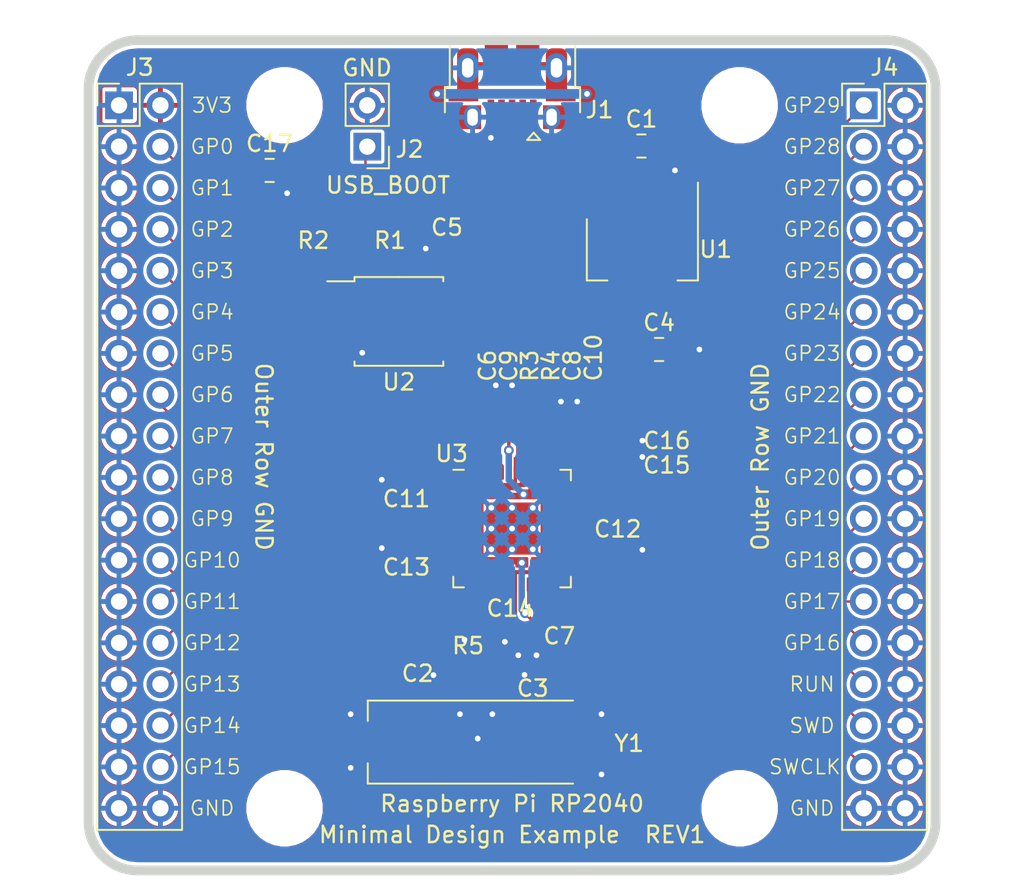
<source format=kicad_pcb>
(kicad_pcb (version 20211014) (generator pcbnew)
  (title_block (title "RP2040 Minimal Design Example") (date "2020-07-13") (rev "REV1") (company "Raspberry Pi (Trading) Ltd"))
  (layers (0 "F.Cu" signal) (31 "B.Cu" signal) (34 "B.Paste" user) (35 "F.Paste" user) (36 "B.SilkS" user "B.Silkscreen") (37 "F.SilkS" user "F.Silkscreen") (38 "B.Mask" user) (39 "F.Mask" user) (44 "Edge.Cuts" user))
  (net 0 "")
  (net 1 "GND")
  (net 2 "VBUS")
  (net 3 "/XIN")
  (net 4 "/XOUT")
  (net 5 "+3V3")
  (net 6 "+1V1")
  (net 7 "Net-(J1-Pad4)")
  (net 8 "/~{USB_BOOT}")
  (net 9 "/GPIO15")
  (net 10 "/GPIO14")
  (net 11 "/GPIO13")
  (net 12 "/GPIO12")
  (net 13 "/GPIO11")
  (net 14 "/GPIO10")
  (net 15 "/GPIO9")
  (net 16 "/GPIO8")
  (net 17 "/GPIO7")
  (net 18 "/GPIO6")
  (net 19 "/GPIO5")
  (net 20 "/GPIO4")
  (net 21 "/GPIO3")
  (net 22 "/GPIO2")
  (net 23 "/GPIO1")
  (net 24 "/GPIO0")
  (net 25 "/GPIO29_ADC3")
  (net 26 "/GPIO28_ADC2")
  (net 27 "/GPIO27_ADC1")
  (net 28 "/GPIO26_ADC0")
  (net 29 "/GPIO25")
  (net 30 "/GPIO24")
  (net 31 "/GPIO23")
  (net 32 "/GPIO22")
  (net 33 "/GPIO21")
  (net 34 "/GPIO20")
  (net 35 "/GPIO19")
  (net 36 "/GPIO18")
  (net 37 "/GPIO17")
  (net 38 "/GPIO16")
  (net 39 "/RUN")
  (net 40 "/SWD")
  (net 41 "/SWCLK")
  (net 42 "/QSPI_SS")
  (net 43 "Net-(R3-Pad2)")
  (net 44 "Net-(R4-Pad2)")
  (net 45 "/QSPI_SD3")
  (net 46 "/QSPI_SCLK")
  (net 47 "/QSPI_SD0")
  (net 48 "/QSPI_SD2")
  (net 49 "/QSPI_SD1")
  (net 50 "/USB_D+")
  (net 51 "/USB_D-")
  (net 52 "Net-(C3-Pad1)")
  (footprint "Capacitor_SMD:C_0805_2012Metric" (layer "F.Cu") (at 109.025 89)
    (fp_text reference "C4")
    (fp_text value "10u")
  )
  (footprint "RP2040_minimal:USB_Micro-B_Amphenol_10103594-0001LF_Horizontal_modified" (layer "F.Cu") (at 100 71.7 180)
    (fp_text reference "J1")
    (fp_text value "USB_B_Micro")
  )
  (footprint "Connector_PinHeader_2.54mm:PinHeader_1x02_P2.54mm_Vertical" (layer "F.Cu") (at 91.11 76.54 180)
    (fp_text reference "J2")
    (fp_text value "Conn_01x02")
  )
  (footprint "Connector_PinHeader_2.54mm:PinHeader_2x18_P2.54mm_Vertical" (layer "F.Cu") (at 75.87 74)
    (fp_text reference "J3")
    (fp_text value "Conn_02x18_Odd_Even")
  )
  (footprint "Capacitor_SMD:C_0402_1005Metric" (layer "F.Cu") (at 104 93.515 90)
    (fp_text reference "C10")
    (fp_text value "1u")
  )
  (footprint "Capacitor_SMD:C_0402_1005Metric" (layer "F.Cu") (at 103 93.515 90)
    (fp_text reference "C8")
    (fp_text value "1u")
  )
  (footprint "Capacitor_SMD:C_0402_1005Metric" (layer "F.Cu") (at 93.515 101.2 180)
    (fp_text reference "C13")
    (fp_text value "100n")
  )
  (footprint "Capacitor_SMD:C_0402_1005Metric" (layer "F.Cu") (at 96.185 82.83 180)
    (fp_text reference "C5")
    (fp_text value "100n")
  )
  (footprint "Capacitor_SMD:C_0402_1005Metric" (layer "F.Cu") (at 89.5 82.315 -90)
    (fp_text reference "R2")
    (fp_text value "DNF")
  )
  (footprint "Connector_PinHeader_2.54mm:PinHeader_2x18_P2.54mm_Vertical" (layer "F.Cu") (at 121.59 74)
    (fp_text reference "J4")
    (fp_text value "Conn_02x18_Odd_Even")
  )
  (footprint "Package_TO_SOT_SMD:SOT-223-3_TabPin2" (layer "F.Cu") (at 108 82.85 -90)
    (fp_text reference "U1")
    (fp_text value "NCP1117-3.3_SOT223")
  )
  (footprint "Package_SO:SOIC-8_5.23x5.23mm_P1.27mm" (layer "F.Cu") (at 93.05 87.275)
    (fp_text reference "U2")
    (fp_text value "W25Q128JVS")
  )
  (footprint "Capacitor_SMD:C_0402_1005Metric" (layer "F.Cu") (at 99.485 109)
    (fp_text reference "C3")
    (fp_text value "27p")
  )
  (footprint "Capacitor_SMD:C_0402_1005Metric" (layer "F.Cu") (at 91 82.315 90)
    (fp_text reference "R1")
    (fp_text value "1k")
  )
  (footprint "Capacitor_SMD:C_0402_1005Metric" (layer "F.Cu") (at 100 92.515 90)
    (fp_text reference "C9")
    (fp_text value "100n")
  )
  (footprint "Capacitor_SMD:C_0402_1005Metric" (layer "F.Cu") (at 106.485 101.2)
    (fp_text reference "C12")
    (fp_text value "100n")
  )
  (footprint "Capacitor_SMD:C_0402_1005Metric" (layer "F.Cu") (at 100.381 106.485 -90)
    (fp_text reference "C14")
    (fp_text value "100n")
  )
  (footprint "Capacitor_SMD:C_0402_1005Metric" (layer "F.Cu") (at 101 93.515 -90)
    (fp_text reference "R3")
    (fp_text value "27")
  )
  (footprint "Capacitor_SMD:C_0402_1005Metric" (layer "F.Cu") (at 101.5 106.485 -90)
    (fp_text reference "C7")
    (fp_text value "100n")
  )
  (footprint "Capacitor_SMD:C_0805_2012Metric" (layer "F.Cu") (at 107.9375 76.5)
    (fp_text reference "C1")
    (fp_text value "10u")
  )
  (footprint "Capacitor_SMD:C_0402_1005Metric" (layer "F.Cu") (at 93.515 97 180)
    (fp_text reference "C11")
    (fp_text value "100n")
  )
  (footprint "Capacitor_SMD:C_0402_1005Metric" (layer "F.Cu") (at 106.485 94.6)
    (fp_text reference "C16")
    (fp_text value "100n")
  )
  (footprint "RP2040_minimal:RP2040-QFN-56" (layer "F.Cu") (at 100 100)
    (fp_text reference "U3")
    (fp_text value "RP2040")
  )
  (footprint "Capacitor_SMD:C_0402_1005Metric" (layer "F.Cu") (at 96.515 109 180)
    (fp_text reference "C2")
    (fp_text value "27p")
  )
  (footprint "MountingHole:MountingHole_2.7mm_M2.5" (layer "F.Cu") (at 113.97 74)
    (fp_text reference "H2" hide)
    (fp_text value "MountingHole")
  )
  (footprint "Capacitor_SMD:C_0402_1005Metric" (layer "F.Cu") (at 102 93.515 -90)
    (fp_text reference "R4")
    (fp_text value "27")
  )
  (footprint "MountingHole:MountingHole_2.7mm_M2.5" (layer "F.Cu") (at 113.97 117.18)
    (fp_text reference "H3" hide)
    (fp_text value "MountingHole")
  )
  (footprint "Capacitor_SMD:C_0402_1005Metric" (layer "F.Cu") (at 99 92.515 90)
    (fp_text reference "C6")
    (fp_text value "100n")
  )
  (footprint "Capacitor_SMD:C_0402_1005Metric" (layer "F.Cu") (at 106.485 96)
    (fp_text reference "C15")
    (fp_text value "100n")
  )
  (footprint "Capacitor_SMD:C_0402_1005Metric" (layer "F.Cu") (at 98.7 107.115 -90)
    (fp_text reference "R5")
    (fp_text value "1k")
  )
  (footprint "MountingHole:MountingHole_2.7mm_M2.5" (layer "F.Cu") (at 86.03 74)
    (fp_text reference "H1" hide)
    (fp_text value "MountingHole")
  )
  (footprint "MountingHole:MountingHole_2.7mm_M2.5" (layer "F.Cu") (at 86.03 117.18)
    (fp_text reference "H4" hide)
    (fp_text value "MountingHole")
  )
  (footprint "RP2040_minimal:Crystal_SMD_HC49-US" (layer "F.Cu") (at 97.841 113.116)
    (fp_text reference "Y1")
    (fp_text value "ABLS-12.000MHZ-B4-T")
  )
  (footprint "Capacitor_SMD:C_0805_2012Metric" (layer "F.Cu") (at 85.115 78)
    (fp_text reference "C17")
    (fp_text value "10u")
  )
  (gr_line (start 123 121) (end 77 121) (layer "Edge.Cuts") (width 0.6))
  (gr_line (start 126 73) (end 126 118) (layer "Edge.Cuts") (width 0.6))
  (gr_line (start 77 70) (end 123 70) (layer "Edge.Cuts") (width 0.6))
  (gr_line (start 74 118) (end 74 73) (layer "Edge.Cuts") (width 0.6))
  (gr_arc (start 77 121) (mid 74.87868 120.12132) (end 74 118) (layer "Edge.Cuts") (width 0.6))
  (gr_arc (start 74 73) (mid 74.87868 70.87868) (end 77 70) (layer "Edge.Cuts") (width 0.6))
  (gr_arc (start 126 118) (mid 125.12132 120.12132) (end 123 121) (layer "Edge.Cuts") (width 0.6))
  (gr_arc (start 123 70) (mid 125.12132 70.87868) (end 126 73) (layer "Edge.Cuts") (width 0.6))
  (gr_text "GP1" (at 81.585 79.08) (layer "F.SilkS") (effects (font (size 0.9 0.9) (thickness 0.1))))
  (gr_text "GP2" (at 81.585 81.62) (layer "F.SilkS") (effects (font (size 0.9 0.9) (thickness 0.1))))
  (gr_text "GP3" (at 81.585 84.16) (layer "F.SilkS") (effects (font (size 0.9 0.9) (thickness 0.1))))
  (gr_text "GP4" (at 81.585 86.7) (layer "F.SilkS") (effects (font (size 0.9 0.9) (thickness 0.1))))
  (gr_text "GP5" (at 81.585 89.24) (layer "F.SilkS") (effects (font (size 0.9 0.9) (thickness 0.1))))
  (gr_text "GP6" (at 81.585 91.78) (layer "F.SilkS") (effects (font (size 0.9 0.9) (thickness 0.1))))
  (gr_text "GP7" (at 81.585 94.32) (layer "F.SilkS") (effects (font (size 0.9 0.9) (thickness 0.1))))
  (gr_text "GP8" (at 81.585 96.86) (layer "F.SilkS") (effects (font (size 0.9 0.9) (thickness 0.1))))
  (gr_text "GP9" (at 81.585 99.4) (layer "F.SilkS") (effects (font (size 0.9 0.9) (thickness 0.1))))
  (gr_text "GP11" (at 81.585 104.48) (layer "F.SilkS") (effects (font (size 0.9 0.9) (thickness 0.1))))
  (gr_text "GP10" (at 81.585 101.94) (layer "F.SilkS") (effects (font (size 0.9 0.9) (thickness 0.1))))
  (gr_text "GP12" (at 81.585 107.02) (layer "F.SilkS") (effects (font (size 0.9 0.9) (thickness 0.1))))
  (gr_text "GP13" (at 81.585 109.56) (layer "F.SilkS") (effects (font (size 0.9 0.9) (thickness 0.1))))
  (gr_text "GP15" (at 81.585 114.64) (layer "F.SilkS") (effects (font (size 0.9 0.9) (thickness 0.1))))
  (gr_text "GP14" (at 81.585 112.1) (layer "F.SilkS") (effects (font (size 0.9 0.9) (thickness 0.1))))
  (gr_text "GP28" (at 118.415 76.54) (layer "F.SilkS") (effects (font (size 0.9 0.9) (thickness 0.1))))
  (gr_text "GP27" (at 118.415 79.08) (layer "F.SilkS") (effects (font (size 0.9 0.9) (thickness 0.1))))
  (gr_text "GP26" (at 118.415 81.62) (layer "F.SilkS") (effects (font (size 0.9 0.9) (thickness 0.1))))
  (gr_text "GP25" (at 118.415 84.16) (layer "F.SilkS") (effects (font (size 0.9 0.9) (thickness 0.1))))
  (gr_text "GP24" (at 118.415 86.7) (layer "F.SilkS") (effects (font (size 0.9 0.9) (thickness 0.1))))
  (gr_text "GP23" (at 118.415 89.24) (layer "F.SilkS") (effects (font (size 0.9 0.9) (thickness 0.1))))
  (gr_text "GP21" (at 118.415 94.32) (layer "F.SilkS") (effects (font (size 0.9 0.9) (thickness 0.1))))
  (gr_text "GP20" (at 118.415 96.86) (layer "F.SilkS") (effects (font (size 0.9 0.9) (thickness 0.1))))
  (gr_text "GP19" (at 118.415 99.4) (layer "F.SilkS") (effects (font (size 0.9 0.9) (thickness 0.1))))
  (gr_text "GP17" (at 118.415 104.48) (layer "F.SilkS") (effects (font (size 0.9 0.9) (thickness 0.1))))
  (gr_text "GP22" (at 118.415 91.78) (layer "F.SilkS") (effects (font (size 0.9 0.9) (thickness 0.1))))
  (gr_text "GP18" (at 118.415 101.94) (layer "F.SilkS") (effects (font (size 0.9 0.9) (thickness 0.1))))
  (gr_text "SWCLK" (at 117.9705 114.64) (layer "F.SilkS") (effects (font (size 0.9 0.9) (thickness 0.1))))
  (gr_text "SWD" (at 118.415 112.1) (layer "F.SilkS") (effects (font (size 0.9 0.9) (thickness 0.1))))
  (gr_text "GP16" (at 118.415 107.02) (layer "F.SilkS") (effects (font (size 0.9 0.9) (thickness 0.1))))
  (gr_text "RUN" (at 118.415 109.56) (layer "F.SilkS") (effects (font (size 0.9 0.9) (thickness 0.1))))
  (gr_text "GND" (at 81.585 117.18) (layer "F.SilkS") (effects (font (size 0.9 0.9) (thickness 0.1))))
  (gr_text "GND" (at 118.415 117.18) (layer "F.SilkS") (effects (font (size 0.9 0.9) (thickness 0.1))))
  (gr_text "GP29" (at 118.415 74) (layer "F.SilkS") (effects (font (size 0.9 0.9) (thickness 0.1))))
  (gr_text "Outer Row GND" (at 84.76 95.59 270) (layer "F.SilkS") (effects (font (size 1 1))))
  (gr_text "Outer Row GND" (at 115.24 95.59 90) (layer "F.SilkS") (effects (font (size 1 1))))
  (gr_text "Raspberry Pi RP2040" (at 100 116.9) (layer "F.SilkS") (effects (font (size 1 1))))
  (gr_text "\nUSB_BOOT" (at 92.38 78.1) (layer "F.SilkS") (effects (font (size 1 1))))
  (gr_text "GP0" (at 81.585 76.54) (layer "F.SilkS") (effects (font (size 0.9 0.9) (thickness 0.1))))
  (gr_text "3V3" (at 81.585 74) (layer "F.SilkS") (effects (font (size 0.9 0.9) (thickness 0.1))))
  (gr_text "GND" (at 91.1 71.7) (layer "F.SilkS") (effects (font (size 1 1))))
  (gr_text "Minimal Design Example  REV1" (at 100 118.8) (layer "F.SilkS") (effects (font (size 1 1))))
  (segment (start 93.03 101.2) (end 92 101.2) (width 0.2) (layer "F.Cu") (net 1))
  (segment (start 99 104.6545) (end 97.079 106.5755) (width 0.15) (layer "F.Cu") (net 1))
  (segment (start 95.7 82.83) (end 95.405 82.83) (width 0.2) (layer "F.Cu") (net 1))
  (segment (start 110.3 79.7) (end 110.3 78.3) (width 0.2) (layer "F.Cu") (net 1))
  (segment (start 99.5555 108.2655) (end 99.5555 108.0995) (width 0.15) (layer "F.Cu") (net 1))
  (segment (start 100.381 107.781984) (end 100.380994 107.78199) (width 0.2) (layer "F.Cu") (net 1))
  (segment (start 106.97 94.6) (end 108 94.6) (width 0.2) (layer "F.Cu") (net 1))
  (segment (start 99 103.4375) (end 99 104.6545) (width 0.15) (layer "F.Cu") (net 1))
  (segment (start 107.6 96) (end 108 95.6) (width 0.15) (layer "F.Cu") (net 1))
  (segment (start 90.78 89.18) (end 90.8 89.2) (width 0.2) (layer "F.Cu") (net 1))
  (segment (start 98.7 74.6) (end 98.7 76) (width 0.2) (layer "F.Cu") (net 1))
  (segment (start 95.375 82.8) (end 94.7 82.8) (width 0.2) (layer "F.Cu") (net 1))
  (segment (start 99.97 108.68) (end 99.5555 108.2655) (width 0.15) (layer "F.Cu") (net 1))
  (segment (start 86.14 78.95) (end 86.19 79) (width 0.15) (layer "F.Cu") (net 1))
  (segment (start 96.03 109) (end 95.174 109) (width 0.2) (layer "F.Cu") (net 1))
  (segment (start 108.875 76.5) (end 108.875 76.875) (width 0.2) (layer "F.Cu") (net 1))
  (segment (start 100.96 71.45) (end 102.46 71.45) (width 0.2) (layer "F.Cu") (net 1))
  (segment (start 97.54 71.45) (end 97.27 71.72) (width 0.2) (layer "F.Cu") (net 1))
  (segment (start 102.46 71.45) (end 102.73 71.72) (width 0.2) (layer "F.Cu") (net 1))
  (segment (start 110.3 78.3) (end 110 78) (width 0.2) (layer "F.Cu") (net 1))
  (segment (start 99 113.35) (end 99 114.4) (width 0.2) (layer "F.Cu") (net 1))
  (segment (start 100 92.03) (end 100 91.2) (width 0.2) (layer "F.Cu") (net 1))
  (segment (start 95.405 82.83) (end 95.375 82.8) (width 0.2) (layer "F.Cu") (net 1))
  (segment (start 86.14 78) (end 86.14 79.25) (width 0.15) (layer "F.Cu") (net 1))
  (segment (start 101.5 106.97) (end 101.5 107.782004) (width 0.2) (layer "F.Cu") (net 1))
  (segment (start 93.03 97) (end 92 97) (width 0.2) (layer "F.Cu") (net 1))
  (segment (start 99.97 109) (end 99.97 108.68) (width 0.15) (layer "F.Cu") (net 1))
  (segment (start 107.075 101.305) (end 108 101.305) (width 0.2) (layer "F.Cu") (net 1))
  (segment (start 97.079 106.5755) (end 97.079 106.8295) (width 0.15) (layer "F.Cu") (net 1))
  (segment (start 99 92.03) (end 99 91.200008) (width 0.2) (layer "F.Cu") (net 1))
  (segment (start 108.875 76.875) (end 110 78) (width 0.2) (layer "F.Cu") (net 1))
  (segment (start 106.97 101.2) (end 107.075 101.305) (width 0.2) (layer "F.Cu") (net 1))
  (segment (start 86.19 79) (end 86.19 79.1) (width 0.15) (layer "F.Cu") (net 1))
  (segment (start 110.05 89) (end 111.5 89) (width 0.2) (layer "F.Cu") (net 1))
  (segment (start 99.97 109) (end 100.7505 109) (width 0.15) (layer "F.Cu") (net 1))
  (segment (start 100.381 106.97) (end 100.381 107.781984) (width 0.2) (layer "F.Cu") (net 1))
  (segment (start 96.8 111.65) (end 96.8 110.599974) (width 0.2) (layer "F.Cu") (net 1))
  (segment (start 103 93.03) (end 103 92.2) (width 0.2) (layer "F.Cu") (net 1))
  (segment (start 100.7505 109) (end 100.762 108.9885) (width 0.15) (layer "F.Cu") (net 1))
  (segment (start 106.97 96) (end 107.6 96) (width 0.15) (layer "F.Cu") (net 1))
  (segment (start 89.45 89.18) (end 90.78 89.18) (width 0.2) (layer "F.Cu") (net 1))
  (segment (start 99.04 71.45) (end 97.54 71.45) (width 0.2) (layer "F.Cu") (net 1))
  (segment (start 104 93.03) (end 104 92.2) (width 0.2) (layer "F.Cu") (net 1))
  (via (at 99.5555 106.9565) (size 0.6) (drill 0.35) (layers "F.Cu" "B.Cu") (net 1))
  (via (at 97.89 112.9) (size 0.6) (drill 0.35) (layers "F.Cu" "B.Cu") (net 1))
  (via (at 98.79 111.4) (size 0.6) (drill 0.35) (layers "F.Cu" "B.Cu") (net 1))
  (via (at 90.09 114.7) (size 0.6) (drill 0.35) (layers "F.Cu" "B.Cu") (net 1))
  (via (at 90.09 111.4) (size 0.6) (drill 0.35) (layers "F.Cu" "B.Cu") (net 1))
  (via (at 105.49 111.4) (size 0.6) (drill 0.35) (layers "F.Cu" "B.Cu") (net 1))
  (via (at 94.7 82.8) (size 0.6) (drill 0.35) (layers "F.Cu" "B.Cu") (net 1))
  (via (at 103 92.2) (size 0.6) (drill 0.35) (layers "F.Cu" "B.Cu") (net 1))
  (via (at 90.8 89.2) (size 0.6) (drill 0.35) (layers "F.Cu" "B.Cu") (net 1))
  (via (at 105.49 115.1) (size 0.6) (drill 0.35) (layers "F.Cu" "B.Cu") (net 1))
  (via (at 111.5 89) (size 0.6) (drill 0.35) (layers "F.Cu" "B.Cu") (net 1))
  (via (at 99 91.200008) (size 0.6) (drill 0.35) (layers "F.Cu" "B.Cu") (net 1))
  (via (at 98.7 76) (size 0.6) (drill 0.35) (layers "F.Cu" "B.Cu") (net 1))
  (via (at 96.8 111.4) (size 0.6) (drill 0.35) (layers "F.Cu" "B.Cu") (net 1))
  (via (at 100.762 108.9885) (size 0.6) (drill 0.35) (layers "F.Cu" "B.Cu") (net 1))
  (via (at 108 101.305) (size 0.6) (drill 0.35) (layers "F.Cu" "B.Cu") (net 1))
  (via (at 100.380994 107.78199) (size 0.6) (drill 0.35) (layers "F.Cu" "B.Cu") (net 1))
  (via (at 101.5 107.782004) (size 0.6) (drill 0.35) (layers "F.Cu" "B.Cu") (net 1))
  (via (at 104 92.2) (size 0.6) (drill 0.35) (layers "F.Cu" "B.Cu") (net 1))
  (via (at 92 101.2) (size 0.6) (drill 0.35) (layers "F.Cu" "B.Cu") (net 1))
  (via (at 86.19 79.4) (size 0.6) (drill 0.35) (layers "F.Cu" "B.Cu") (net 1))
  (via (at 92 97) (size 0.6) (drill 0.35) (layers "F.Cu" "B.Cu") (net 1))
  (via (at 108 95.6) (size 0.6) (drill 0.35) (layers "F.Cu" "B.Cu") (net 1))
  (via (at 95.174 109) (size 0.6) (drill 0.35) (layers "F.Cu" "B.Cu") (net 1))
  (via (at 97.079 106.8295) (size 0.6) (drill 0.35) (layers "F.Cu" "B.Cu") (net 1))
  (via (at 100 91.2) (size 0.6) (drill 0.35) (layers "F.Cu" "B.Cu") (net 1))
  (via (at 110 78) (size 0.6) (drill 0.35) (layers "F.Cu" "B.Cu") (net 1))
  (via (at 108 94.6) (size 0.6) (drill 0.35) (layers "F.Cu" "B.Cu") (net 1))
  (segment (start 104 93) (end 103.8 93) (width 0.2) (layer "B.Cu") (net 1))
  (segment (start 103.299999 92.499999) (end 103 92.2) (width 0.2) (layer "B.Cu") (net 1))
  (segment (start 103.8 93) (end 103.299999 92.499999) (width 0.2) (layer "B.Cu") (net 1))
  (segment (start 101.3 74.525) (end 101.3 75.5) (width 0.4) (layer "F.Cu") (net 2))
  (segment (start 101.3 75.5) (end 102.1 76.3) (width 0.4) (layer "F.Cu") (net 2))
  (segment (start 99.4 104.937861) (end 97.8 106.537861) (width 0.15) (layer "F.Cu") (net 3))
  (segment (start 96.317 113.116) (end 93.341 113.116) (width 0.15) (layer "F.Cu") (net 3))
  (segment (start 97.8 108.2) (end 97 109) (width 0.15) (layer "F.Cu") (net 3))
  (segment (start 97.6505 111.7825) (end 96.317 113.116) (width 0.15) (layer "F.Cu") (net 3))
  (segment (start 97.8 106.537861) (end 97.8 108.2) (width 0.15) (layer "F.Cu") (net 3))
  (segment (start 97.6505 109.6505) (end 97.6505 111.7825) (width 0.15) (layer "F.Cu") (net 3))
  (segment (start 97 109) (end 97.6505 109.6505) (width 0.15) (layer "F.Cu") (net 3))
  (segment (start 99.4 103.4375) (end 99.4 104.937861) (width 0.15) (layer "F.Cu") (net 3))
  (segment (start 99.8 105.1) (end 98.7 106.2) (width 0.15) (layer "F.Cu") (net 4))
  (segment (start 99.8 103.4375) (end 99.8 105.1) (width 0.15) (layer "F.Cu") (net 4))
  (segment (start 98.7 106.2) (end 98.7 106.63) (width 0.15) (layer "F.Cu") (net 4))
  (segment (start 96.65 82.85) (end 96.67 82.83) (width 0.2) (layer "F.Cu") (net 5))
  (segment (start 102.6 96.5625) (end 102.6 97.4) (width 0.2) (layer "F.Cu") (net 5))
  (segment (start 100.2 103.4375) (end 100.2 102.8) (width 0.2) (layer "F.Cu") (net 5))
  (segment (start 100.2 103.4375) (end 100.2 105.5055) (width 0.2) (layer "F.Cu") (net 5))
  (segment (start 96.5625 97.4) (end 95.7 97.4) (width 0.2) (layer "F.Cu") (net 5))
  (segment (start 102.2 97.2) (end 102.4 97.4) (width 0.2) (layer "F.Cu") (net 5))
  (segment (start 96.65 85.37) (end 96.65 82.85) (width 0.2) (layer "F.Cu") (net 5))
  (segment (start 102.2 96.1) (end 103.6 94.7) (width 0.2) (layer "F.Cu") (net 5))
  (segment (start 100.701 106) (end 100.9525 106.2515) (width 0.15) (layer "F.Cu") (net 5))
  (segment (start 108 86) (end 108 89) (width 0.2) (layer "F.Cu") (net 5))
  (segment (start 100.9525 106.2515) (end 100.9525 108.163) (width 0.15) (layer "F.Cu") (net 5))
  (segment (start 100.2 95.7) (end 100.2 96.5625) (width 0.2) (layer "F.Cu") (net 5))
  (segment (start 100.6 97.2) (end 100.4 97.4) (width 0.2) (layer "F.Cu") (net 5))
  (segment (start 102.2 96.5625) (end 102.2 96.1) (width 0.2) (layer "F.Cu") (net 5))
  (segment (start 100.9525 108.163) (end 101.096505 108.307005) (width 0.15) (layer "F.Cu") (net 5))
  (segment (start 100.350001 95.549999) (end 100.2 95.7) (width 0.2) (layer "F.Cu") (net 5))
  (segment (start 100.381 106) (end 100.701 106) (width 0.15) (layer "F.Cu") (net 5))
  (segment (start 103.4375 101) (end 102.6 101) (width 0.2) (layer "F.Cu") (net 5))
  (segment (start 100.2 105.5055) (end 100.381 105.6865) (width 0.2) (layer "F.Cu") (net 5))
  (segment (start 74.7 72.9) (end 74.7 75.2) (width 0.3) (layer "F.Cu") (net 5))
  (segment (start 96.5625 101) (end 97.4 101) (width 0.2) (layer "F.Cu") (net 5))
  (segment (start 102.2 96.5625) (end 102.2 97.2) (width 0.2) (layer "F.Cu") (net 5))
  (segment (start 103.4375 101) (end 105.8 101) (width 0.2) (layer "F.Cu") (net 5))
  (segment (start 105.8 101) (end 106 101.2) (width 0.2) (layer "F.Cu") (net 5))
  (segment (start 103.4375 97.4) (end 102.6 97.4) (width 0.2) (layer "F.Cu") (net 5))
  (segment (start 100.6 95.799998) (end 100.350001 95.549999) (width 0.2) (layer "F.Cu") (net 5))
  (segment (start 101.096505 108.307005) (end 102.141995 108.307005) (width 0.15) (layer "F.Cu") (net 5))
  (segment (start 100.381 105.6865) (end 100.381 106) (width 0.2) (layer "F.Cu") (net 5))
  (segment (start 96.5625 97.4) (end 97.4 97.4) (width 0.2) (layer "F.Cu") (net 5))
  (segment (start 96.5625 101) (end 94.2 101) (width 0.2) (layer "F.Cu") (net 5))
  (segment (start 100 93) (end 100 93.762534) (width 0.2) (layer "F.Cu") (net 5))
  (segment (start 100 93.762534) (end 100.350001 94.112535) (width 0.2) (layer "F.Cu") (net 5))
  (segment (start 100.2 97.4) (end 100.2 97) (width 0.2) (layer "F.Cu") (net 5))
  (segment (start 100.2 96.5625) (end 100.2 97.4) (width 0.2) (layer "F.Cu") (net 5))
  (segment (start 100.6 96.5625) (end 100.6 97.2) (width 0.2) (layer "F.Cu") (net 5))
  (segment (start 100.350001 94.112535) (end 100.350001 95.549999) (width 0.2) (layer "F.Cu") (net 5))
  (segment (start 94.2 101) (end 94 101.2) (width 0.2) (layer "F.Cu") (net 5))
  (segment (start 100.6 96.5625) (end 100.6 95.799998) (width 0.2) (layer "F.Cu") (net 5))
  (segment (start 100.2 102.8) (end 100 102.6) (width 0.2) (layer "F.Cu") (net 5))
  (via (at 104.6 73.3) (size 0.6) (drill 0.35) (layers "F.Cu" "B.Cu") (net 5))
  (via (at 95.4 73.3) (size 0.6) (drill 0.35) (layers "F.Cu" "B.Cu") (net 5))
  (segment (start 104.6 73.3) (end 95.4 73.3) (width 0.6) (layer "B.Cu") (net 5))
  (segment (start 99.8 96.5625) (end 99.8 95.199994) (width 0.2) (layer "F.Cu") (net 6))
  (segment (start 101.8 96.5625) (end 101.8 95.8) (width 0.2) (layer "F.Cu") (net 6))
  (segment (start 100.6 103.4375) (end 100.6 105) (width 0.2) (layer "F.Cu") (net 6))
  (segment (start 99.8 94.095) (end 99.8 94.77573) (width 0.2) (layer "F.Cu") (net 6))
  (segment (start 99 93.295) (end 99.8 94.095) (width 0.2) (layer "F.Cu") (net 6))
  (segment (start 100.4 98) (end 100.5 97.9) (width 0.15) (layer "F.Cu") (net 6))
  (segment (start 100.6 105) (end 100.8 105.2) (width 0.2) (layer "F.Cu") (net 6))
  (segment (start 103 94.6) (end 103 94) (width 0.2) (layer "F.Cu") (net 6))
  (segment (start 101.8 96.5625) (end 101.8 97.4) (width 0.2) (layer "F.Cu") (net 6))
  (segment (start 101.5 105.9) (end 100.8 105.2) (width 0.2) (layer "F.Cu") (net 6))
  (segment (start 101.5 106) (end 101.5 105.9) (width 0.2) (layer "F.Cu") (net 6))
  (segment (start 99 93) (end 99 93.295) (width 0.2) (layer "F.Cu") (net 6))
  (segment (start 101.8 95.8) (end 103 94.6) (width 0.2) (layer "F.Cu") (net 6))
  (segment (start 100.5 97.9) (end 100.7 97.9) (width 0.15) (layer "F.Cu") (net 6))
  (segment (start 99.8 94.77573) (end 99.8 95.199994) (width 0.2) (layer "F.Cu") (net 6))
  (via (at 99.8 95.199994) (size 0.6) (drill 0.35) (layers "F.Cu" "B.Cu") (net 6))
  (via (at 100.59997 102.1) (size 0.6) (drill 0.35) (layers "F.Cu" "B.Cu") (net 6))
  (via (at 100.7 97.9) (size 0.6) (drill 0.35) (layers "F.Cu" "B.Cu") (net 6))
  (via (at 100.8 105.2) (size 0.6) (drill 0.35) (layers "F.Cu" "B.Cu") (net 6))
  (segment (start 100.69 97.9) (end 100.7 97.9) (width 0.4) (layer "B.Cu") (net 6))
  (segment (start 99.8 97.01) (end 100.69 97.9) (width 0.4) (layer "B.Cu") (net 6))
  (segment (start 100.59 104.99) (end 100.59 102.10997) (width 0.4) (layer "B.Cu") (net 6))
  (segment (start 99.8 95.199994) (end 99.8 97.01) (width 0.4) (layer "B.Cu") (net 6))
  (segment (start 100.59 102.10997) (end 100.59997 102.1) (width 0.4) (layer "B.Cu") (net 6))
  (segment (start 100.8 105.2) (end 100.59 104.99) (width 0.4) (layer "B.Cu") (net 6))
  (segment (start 91 81.83) (end 91 76.65) (width 0.15) (layer "F.Cu") (net 8))
  (segment (start 91 76.65) (end 91.11 76.54) (width 0.15) (layer "F.Cu") (net 8))
  (segment (start 98.6 103.4375) (end 98.6 104.437861) (width 0.15) (layer "F.Cu") (net 9))
  (segment (start 98.6 104.437861) (end 96.687861 106.35) (width 0.15) (layer "F.Cu") (net 9))
  (segment (start 86.7 106.35) (end 78.41 114.64) (width 0.15) (layer "F.Cu") (net 9))
  (segment (start 96.687861 106.35) (end 86.7 106.35) (width 0.15) (layer "F.Cu") (net 9))
  (segment (start 96.675 105.715) (end 84.795 105.715) (width 0.15) (layer "F.Cu") (net 10))
  (segment (start 84.795 105.715) (end 78.41 112.1) (width 0.15) (layer "F.Cu") (net 10))
  (segment (start 98.2 103.4375) (end 98.2 104.19) (width 0.15) (layer "F.Cu") (net 10))
  (segment (start 98.2 104.19) (end 96.675 105.715) (width 0.15) (layer "F.Cu") (net 10))
  (segment (start 97.8 103.875) (end 96.595 105.08) (width 0.15) (layer "F.Cu") (net 11))
  (segment (start 96.595 105.08) (end 82.89 105.08) (width 0.15) (layer "F.Cu") (net 11))
  (segment (start 97.8 103.4375) (end 97.8 103.875) (width 0.15) (layer "F.Cu") (net 11))
  (segment (start 82.89 105.08) (end 78.41 109.56) (width 0.15) (layer "F.Cu") (net 11))
  (segment (start 96.19 104.445) (end 80.985 104.445) (width 0.15) (layer "F.Cu") (net 12))
  (segment (start 97.4 103.4375) (end 97.3 103.5375) (width 0.15) (layer "F.Cu") (net 12))
  (segment (start 80.985 104.445) (end 78.41 107.02) (width 0.15) (layer "F.Cu") (net 12))
  (segment (start 97.3 103.5375) (end 97.0975 103.5375) (width 0.15) (layer "F.Cu") (net 12))
  (segment (start 97.0975 103.5375) (end 96.19 104.445) (width 0.15) (layer "F.Cu") (net 12))
  (segment (start 94.92 103.81) (end 79.08 103.81) (width 0.15) (layer "F.Cu") (net 13))
  (segment (start 96.5625 102.6) (end 96.13 102.6) (width 0.15) (layer "F.Cu") (net 13))
  (segment (start 96.13 102.6) (end 94.92 103.81) (width 0.15) (layer "F.Cu") (net 13))
  (segment (start 79.08 103.81) (end 78.41 104.48) (width 0.15) (layer "F.Cu") (net 13))
  (segment (start 95.26 102.2) (end 94.285 103.175) (width 0.15) (layer "F.Cu") (net 14))
  (segment (start 96.5625 102.2) (end 95.26 102.2) (width 0.15) (layer "F.Cu") (net 14))
  (segment (start 79.645 103.175) (end 78.41 101.94) (width 0.15) (layer "F.Cu") (net 14))
  (segment (start 94.285 103.175) (end 79.645 103.175) (width 0.15) (layer "F.Cu") (net 14))
  (segment (start 95.025 101.8) (end 94.285 102.54) (width 0.15) (layer "F.Cu") (net 15))
  (segment (start 94.285 102.54) (end 81.55 102.54) (width 0.15) (layer "F.Cu") (net 15))
  (segment (start 96.5625 101.8) (end 95.025 101.8) (width 0.15) (layer "F.Cu") (net 15))
  (segment (start 81.55 102.54) (end 78.41 99.4) (width 0.15) (layer "F.Cu") (net 15))
  (segment (start 94.285 101.905) (end 83.455 101.905) (width 0.15) (layer "F.Cu") (net 16))
  (segment (start 96.5625 101.4) (end 94.79 101.4) (width 0.15) (layer "F.Cu") (net 16))
  (segment (start 83.455 101.905) (end 78.41 96.86) (width 0.15) (layer "F.Cu") (net 16))
  (segment (start 94.79 101.4) (end 94.285 101.905) (width 0.15) (layer "F.Cu") (net 16))
  (segment (start 84.69 100.6) (end 78.41 94.32) (width 0.15) (layer "F.Cu") (net 17))
  (segment (start 96.5625 100.6) (end 84.69 100.6) (width 0.15) (layer "F.Cu") (net 17))
  (segment (start 96.5625 100.2) (end 86.23 100.2) (width 0.15) (layer "F.Cu") (net 18))
  (segment (start 78.41 92.38) (end 78.41 91.78) (width 0.15) (layer "F.Cu") (net 18))
  (segment (start 86.23 100.2) (end 78.41 92.38) (width 0.15) (layer "F.Cu") (net 18))
  (segment (start 79.68 92.38) (end 79.68 90.51) (width 0.15) (layer "F.Cu") (net 19))
  (segment (start 87.1 99.8) (end 79.68 92.38) (width 0.15) (layer "F.Cu") (net 19))
  (segment (start 96.5625 99.8) (end 87.1 99.8) (width 0.15) (layer "F.Cu") (net 19))
  (segment (start 79.68 90.51) (end 78.41 89.24) (width 0.15) (layer "F.Cu") (net 19))
  (segment (start 87.97 99.4) (end 80.95 92.38) (width 0.15) (layer "F.Cu") (net 20))
  (segment (start 80.95 92.38) (end 80.95 89.24) (width 0.15) (layer "F.Cu") (net 20))
  (segment (start 96.5625 99.4) (end 87.97 99.4) (width 0.15) (layer "F.Cu") (net 20))
  (segment (start 80.95 89.24) (end 78.41 86.7) (width 0.15) (layer "F.Cu") (net 20))
  (segment (start 96.5625 99) (end 88.84 99) (width 0.15) (layer "F.Cu") (net 21))
  (segment (start 82.22 87.9525) (end 78.4275 84.16) (width 0.15) (layer "F.Cu") (net 21))
  (segment (start 82.22 92.38) (end 82.22 87.9525) (width 0.15) (layer "F.Cu") (net 21))
  (segment (start 78.4275 84.16) (end 78.41 84.16) (width 0.15) (layer "F.Cu") (net 21))
  (segment (start 88.84 99) (end 82.22 92.38) (width 0.15) (layer "F.Cu") (net 21))
  (segment (start 96.5625 98.6) (end 89.71 98.6) (width 0.15) (layer "F.Cu") (net 22))
  (segment (start 89.71 98.6) (end 83.49 92.38) (width 0.15) (layer "F.Cu") (net 22))
  (segment (start 83.49 86.6825) (end 78.4275 81.62) (width 0.15) (layer "F.Cu") (net 22))
  (segment (start 78.4275 81.62) (end 78.41 81.62) (width 0.15) (layer "F.Cu") (net 22))
  (segment (start 83.49 92.38) (end 83.49 86.6825) (width 0.15) (layer "F.Cu") (net 22))
  (segment (start 84.76 92.38) (end 84.76 85.4125) (width 0.15) (layer "F.Cu") (net 23))
  (segment (start 78.4275 79.08) (end 78.41 79.08) (width 0.15) (layer "F.Cu") (net 23))
  (segment (start 96.5625 98.2) (end 90.58 98.2) (width 0.15) (layer "F.Cu") (net 23))
  (segment (start 84.76 85.4125) (end 78.4275 79.08) (width 0.15) (layer "F.Cu") (net 23))
  (segment (start 90.58 98.2) (end 84.76 92.38) (width 0.15) (layer "F.Cu") (net 23))
  (segment (start 86.03 84.16) (end 78.41 76.54) (width 0.15) (layer "F.Cu") (net 24))
  (segment (start 96.5625 97.8) (end 91.45 97.8) (width 0.15) (layer "F.Cu") (net 24))
  (segment (start 91.45 97.8) (end 86.03 92.38) (width 0.15) (layer "F.Cu") (net 24))
  (segment (start 86.03 92.38) (end 86.03 84.16) (width 0.15) (layer "F.Cu") (net 24))
  (segment (start 112.065 92.38) (end 112.065 83.51625) (width 0.15) (layer "F.Cu") (net 25))
  (segment (start 106.645 97.8) (end 112.065 92.38) (width 0.15) (layer "F.Cu") (net 25))
  (segment (start 121.58125 74) (end 121.59 74) (width 0.15) (layer "F.Cu") (net 25))
  (segment (start 112.065 83.51625) (end 121.58125 74) (width 0.15) (layer "F.Cu") (net 25))
  (segment (start 103.4375 97.8) (end 106.645 97.8) (width 0.15) (layer "F.Cu") (net 25))
  (segment (start 113.335 84.795) (end 120.93 77.2) (width 0.15) (layer "F.Cu") (net 26))
  (segment (start 103.4375 98.2) (end 107.515 98.2) (width 0.15) (layer "F.Cu") (net 26))
  (segment (start 120.93 77.2) (end 121.59 76.54) (width 0.15) (layer "F.Cu") (net 26))
  (segment (start 107.515 98.2) (end 113.335 92.38) (width 0.15) (layer "F.Cu") (net 26))
  (segment (start 113.335 92.38) (end 113.335 84.795) (width 0.15) (layer "F.Cu") (net 26))
  (segment (start 120.92 79.75) (end 121.59 79.08) (width 0.15) (layer "F.Cu") (net 27))
  (segment (start 103.4375 98.6) (end 108.385 98.6) (width 0.15) (layer "F.Cu") (net 27))
  (segment (start 114.605 92.38) (end 114.605 86.065) (width 0.15) (layer "F.Cu") (net 27))
  (segment (start 114.605 86.065) (end 120.92 79.75) (width 0.15) (layer "F.Cu") (net 27))
  (segment (start 108.385 98.6) (end 114.605 92.38) (width 0.15) (layer "F.Cu") (net 27))
  (segment (start 115.875 87.335) (end 120.92 82.29) (width 0.15) (layer "F.Cu") (net 28))
  (segment (start 120.92 82.29) (end 121.59 81.62) (width 0.15) (layer "F.Cu") (net 28))
  (segment (start 115.875 92.3975) (end 115.875 87.335) (width 0.15) (layer "F.Cu") (net 28))
  (segment (start 109.2725 99) (end 115.875 92.3975) (width 0.15) (layer "F.Cu") (net 28))
  (segment (start 103.4375 99) (end 109.2725 99) (width 0.15) (layer "F.Cu") (net 28))
  (segment (start 110.125 99.4) (end 117.145 92.38) (width 0.15) (layer "F.Cu") (net 29))
  (segment (start 117.145 88.605) (end 120.92 84.83) (width 0.15) (layer "F.Cu") (net 29))
  (segment (start 103.4375 99.4) (end 110.125 99.4) (width 0.15) (layer "F.Cu") (net 29))
  (segment (start 120.92 84.83) (end 121.59 84.16) (width 0.15) (layer "F.Cu") (net 29))
  (segment (start 117.145 92.38) (end 117.145 88.605) (width 0.15) (layer "F.Cu") (net 29))
  (segment (start 103.4375 99.8) (end 110.995 99.8) (width 0.15) (layer "F.Cu") (net 30))
  (segment (start 120.92 87.37) (end 121.59 86.7) (width 0.15) (layer "F.Cu") (net 30))
  (segment (start 118.415 89.875) (end 120.92 87.37) (width 0.15) (layer "F.Cu") (net 30))
  (segment (start 118.415 92.38) (end 118.415 89.875) (width 0.15) (layer "F.Cu") (net 30))
  (segment (start 110.995 99.8) (end 118.415 92.38) (width 0.15) (layer "F.Cu") (net 30))
  (segment (start 119.685 92.38) (end 111.865 100.2) (width 0.15) (layer "F.Cu") (net 31))
  (segment (start 119.685 91.145) (end 119.685 92.38) (width 0.15) (layer "F.Cu") (net 31))
  (segment (start 111.865 100.2) (end 105.2 100.2) (width 0.15) (layer "F.Cu") (net 31))
  (segment (start 121.59 89.24) (end 119.685 91.145) (width 0.15) (layer "F.Cu") (net 31))
  (segment (start 105.2 100.2) (end 103.4375 100.2) (width 0.15) (layer "F.Cu") (net 31))
  (segment (start 120.32 93.05) (end 121.59 91.78) (width 0.15) (layer "F.Cu") (net 32))
  (segment (start 112.77 100.6) (end 120.32 93.05) (width 0.15) (layer "F.Cu") (net 32))
  (segment (start 103.4375 100.6) (end 112.77 100.6) (width 0.15) (layer "F.Cu") (net 32))
  (segment (start 113.97 101.94) (end 120.32 95.59) (width 0.15) (layer "F.Cu") (net 33))
  (segment (start 103.4375 101.4) (end 104.56875 101.4) (width 0.15) (layer "F.Cu") (net 33))
  (segment (start 120.32 95.59) (end 121.59 94.32) (width 0.15) (layer "F.Cu") (net 33))
  (segment (start 104.56875 101.4) (end 105.10875 101.94) (width 0.15) (layer "F.Cu") (net 33))
  (segment (start 105.10875 101.94) (end 113.97 101.94) (width 0.15) (layer "F.Cu") (net 33))
  (segment (start 115.875 102.575) (end 120.32 98.13) (width 0.15) (layer "F.Cu") (net 34))
  (segment (start 120.32 98.13) (end 121.59 96.86) (width 0.15) (layer "F.Cu") (net 34))
  (segment (start 105.08 102.575) (end 115.875 102.575) (width 0.15) (layer "F.Cu") (net 34))
  (segment (start 104.305 101.8) (end 105.08 102.575) (width 0.15) (layer "F.Cu") (net 34))
  (segment (start 103.4375 101.8) (end 104.305 101.8) (width 0.15) (layer "F.Cu") (net 34))
  (segment (start 117.78 103.21) (end 120.32 100.67) (width 0.15) (layer "F.Cu") (net 35))
  (segment (start 120.32 100.67) (end 121.59 99.4) (width 0.15) (layer "F.Cu") (net 35))
  (segment (start 105.08 103.21) (end 117.78 103.21) (width 0.15) (layer "F.Cu") (net 35))
  (segment (start 103.4375 102.2) (end 104.07 102.2) (width 0.15) (layer "F.Cu") (net 35))
  (segment (start 104.07 102.2) (end 105.08 103.21) (width 0.15) (layer "F.Cu") (net 35))
  (segment (start 103.835 102.6) (end 103.4375 102.6) (width 0.15) (layer "F.Cu") (net 36))
  (segment (start 119.685 103.845) (end 105.08 103.845) (width 0.15) (layer "F.Cu") (net 36))
  (segment (start 121.59 101.94) (end 119.685 103.845) (width 0.15) (layer "F.Cu") (net 36))
  (segment (start 105.08 103.845) (end 103.835 102.6) (width 0.15) (layer "F.Cu") (net 36))
  (segment (start 102.6 103.4375) (end 103.342681 103.4375) (width 0.15) (layer "F.Cu") (net 37))
  (segment (start 103.342681 103.4375) (end 104.385181 104.48) (width 0.15) (layer "F.Cu") (net 37))
  (segment (start 104.385181 104.48) (end 121.59 104.48) (width 0.15) (layer "F.Cu") (net 37))
  (segment (start 102.2 104) (end 102.2 103.4375) (width 0.15) (layer "F.Cu") (net 38))
  (segment (start 121.59 107.02) (end 119.685 105.115) (width 0.15) (layer "F.Cu") (net 38))
  (segment (start 103.315 105.115) (end 102.2 104) (width 0.15) (layer "F.Cu") (net 38))
  (segment (start 119.685 105.115) (end 103.315 105.115) (width 0.15) (layer "F.Cu") (net 38))
  (segment (start 117.78 105.75) (end 103.35 105.75) (width 0.15) (layer "F.Cu") (net 39))
  (segment (start 121.59 109.56) (end 117.78 105.75) (width 0.15) (layer "F.Cu") (net 39))
  (segment (start 103.35 105.75) (end 101.8 104.2) (width 0.15) (layer "F.Cu") (net 39))
  (segment (start 101.8 104.2) (end 101.8 103.4375) (width 0.15) (layer "F.Cu") (net 39))
  (segment (start 101.4 104.4) (end 101.4 103.4375) (width 0.15) (layer "F.Cu") (net 40))
  (segment (start 103.385 106.385) (end 101.4 104.4) (width 0.15) (layer "F.Cu") (net 40))
  (segment (start 121.59 112.1) (end 115.875 106.385) (width 0.15) (layer "F.Cu") (net 40))
  (segment (start 115.875 106.385) (end 103.385 106.385) (width 0.15) (layer "F.Cu") (net 40))
  (segment (start 101 104.611499) (end 101 103.4375) (width 0.15) (layer "F.Cu") (net 41))
  (segment (start 121.59 114.64) (end 113.97 107.02) (width 0.15) (layer "F.Cu") (net 41))
  (segment (start 113.97 107.02) (end 103.408501 107.02) (width 0.15) (layer "F.Cu") (net 41))
  (segment (start 103.408501 107.02) (end 101 104.611499) (width 0.15) (layer "F.Cu") (net 41))
  (segment (start 88.93 85.37) (end 87.5 86.8) (width 0.15) (layer "F.Cu") (net 42))
  (segment (start 89.45 82.85) (end 89.5 82.8) (width 0.15) (layer "F.Cu") (net 42))
  (segment (start 97.4 96.6) (end 97.4 96.6275) (width 0.15) (layer "F.Cu") (net 42))
  (segment (start 92.3 91.3) (end 97.4 96.4) (width 0.15) (layer "F.Cu") (net 42))
  (segment (start 88.6 91.3) (end 92.3 91.3) (width 0.15) (layer "F.Cu") (net 42))
  (segment (start 89.45 85.37) (end 88.93 85.37) (width 0.15) (layer "F.Cu") (net 42))
  (segment (start 87.5 90.2) (end 88.6 91.3) (width 0.15) (layer "F.Cu") (net 42))
  (segment (start 97.4 96.4) (end 97.4 96.6) (width 0.15) (layer "F.Cu") (net 42))
  (segment (start 89.45 85.37) (end 89.45 82.85) (width 0.15) (layer "F.Cu") (net 42))
  (segment (start 87.5 86.8) (end 87.5 90.2) (width 0.15) (layer "F.Cu") (net 42))
  (segment (start 89.5 82.8) (end 91 82.8) (width 0.15) (layer "F.Cu") (net 42))
  (segment (start 101 96.5625) (end 101 94) (width 0.2) (layer "F.Cu") (net 43))
  (segment (start 101.4 96.5625) (end 101.4 95.3) (width 0.2) (layer "F.Cu") (net 44))
  (segment (start 101.4 95.3) (end 102 94.7) (width 0.2) (layer "F.Cu") (net 44))
  (segment (start 102 94.7) (end 102 94) (width 0.2) (layer "F.Cu") (net 44))
  (segment (start 99.4 96.125) (end 99.251321 95.976321) (width 0.15) (layer "F.Cu") (net 45))
  (segment (start 99.251321 95.976321) (end 99.251321 94.251321) (width 0.15) (layer "F.Cu") (net 45))
  (segment (start 97.9 92.9) (end 97.9 91.1) (width 0.15) (layer "F.Cu") (net 45))
  (segment (start 99.251321 94.251321) (end 97.9 92.9) (width 0.15) (layer "F.Cu") (net 45))
  (segment (start 98.4 90.6) (end 98.4 87.8) (width 0.15) (layer "F.Cu") (net 45))
  (segment (start 97.24 86.64) (end 96.65 86.64) (width 0.15) (layer "F.Cu") (net 45))
  (segment (start 99.4 96.5625) (end 99.4 96.125) (width 0.15) (layer "F.Cu") (net 45))
  (segment (start 98.4 87.8) (end 97.24 86.64) (width 0.15) (layer "F.Cu") (net 45))
  (segment (start 97.9 91.1) (end 98.4 90.6) (width 0.15) (layer "F.Cu") (net 45))
  (segment (start 97.21 87.91) (end 96.65 87.91) (width 0.15) (layer "F.Cu") (net 46))
  (segment (start 98.95131 94.75131) (end 97.3 93.1) (width 0.15) (layer "F.Cu") (net 46))
  (segment (start 99 96.5725) (end 98.95131 96.52381) (width 0.15) (layer "F.Cu") (net 46))
  (segment (start 97.8 90.4) (end 97.8 88.5) (width 0.15) (layer "F.Cu") (net 46))
  (segment (start 97.3 90.9) (end 97.8 90.4) (width 0.15) (layer "F.Cu") (net 46))
  (segment (start 97.8 88.5) (end 97.21 87.91) (width 0.15) (layer "F.Cu") (net 46))
  (segment (start 97.3 93.1) (end 97.3 90.9) (width 0.15) (layer "F.Cu") (net 46))
  (segment (start 98.95131 96.52381) (end 98.95131 94.75131) (width 0.15) (layer "F.Cu") (net 46))
  (segment (start 96.7 89.23) (end 96.65 89.18) (width 0.15) (layer "F.Cu") (net 47))
  (segment (start 98.6 95.2) (end 96.7 93.3) (width 0.15) (layer "F.Cu") (net 47))
  (segment (start 98.6 96.5725) (end 98.6 95.2) (width 0.15) (layer "F.Cu") (net 47))
  (segment (start 96.7 93.3) (end 96.7 89.23) (width 0.15) (layer "F.Cu") (net 47))
  (segment (start 98.2 96.5725) (end 98.2 95.6) (width 0.15) (layer "F.Cu") (net 48))
  (segment (start 98.2 95.6) (end 90.51 87.91) (width 0.15) (layer "F.Cu") (net 48))
  (segment (start 90.51 87.91) (end 89.45 87.91) (width 0.15) (layer "F.Cu") (net 48))
  (segment (start 89 90.7) (end 88.1 89.8) (width 0.15) (layer "F.Cu") (net 49))
  (segment (start 92.5 90.7) (end 89 90.7) (width 0.15) (layer "F.Cu") (net 49))
  (segment (start 88.96 86.64) (end 89.45 86.64) (width 0.15) (layer "F.Cu") (net 49))
  (segment (start 97.8 96) (end 92.5 90.7) (width 0.15) (layer "F.Cu") (net 49))
  (segment (start 97.8 96.5725) (end 97.8 96) (width 0.15) (layer "F.Cu") (net 49))
  (segment (start 88.1 89.8) (end 88.1 87.5) (width 0.15) (layer "F.Cu") (net 49))
  (segment (start 88.1 87.5) (end 88.96 86.64) (width 0.15) (layer "F.Cu") (net 49))
  (segment (start 99.725 76.075) (end 99.725 76.4) (width 0.4) (layer "F.Cu") (net 50))
  (segment (start 101.025 83.896752) (end 99.725 82.596752) (width 0.8) (layer "F.Cu") (net 50))
  (segment (start 99.725 82.596752) (end 99.725 76.4) (width 0.8) (layer "F.Cu") (net 50))
  (segment (start 100 74.525) (end 100 75.8) (width 0.4) (layer "F.Cu") (net 50))
  (segment (start 100 75.8) (end 99.725 76.075) (width 0.4) (layer "F.Cu") (net 50))
  (segment (start 101 93.03) (end 101.025 93.005) (width 0.8) (layer "F.Cu") (net 50))
  (segment (start 101.025 93.005) (end 101.025 83.896752) (width 0.8) (layer "F.Cu") (net 50))
  (segment (start 100.65 74.525) (end 100.65 76.375) (width 0.4) (layer "F.Cu") (net 51))
  (segment (start 100.675 82.203248) (end 100.675 76.4) (width 0.8) (layer "F.Cu") (net 51))
  (segment (start 102 93.03) (end 101.975 93.005) (width 0.8) (layer "F.Cu") (net 51))
  (segment (start 100.65 76.375) (end 100.675 76.4) (width 0.4) (layer "F.Cu") (net 51))
  (segment (start 101.975 83.503248) (end 100.675 82.203248) (width 0.8) (layer "F.Cu") (net 51))
  (segment (start 101.975 93.005) (end 101.975 83.503248) (width 0.8) (layer "F.Cu") (net 51))
  (segment (start 98.0315 109.771) (end 98.0315 111.7825) (width 0.15) (layer "F.Cu") (net 52))
  (segment (start 99 108.5) (end 99 109) (width 0.15) (layer "F.Cu") (net 52))
  (segment (start 98.7 107.6) (end 98.7 108.2) (width 0.15) (layer "F.Cu") (net 52))
  (segment (start 98.0315 111.7825) (end 99.365 113.116) (width 0.15) (layer "F.Cu") (net 52))
  (segment (start 99.365 113.116) (end 102.341 113.116) (width 0.15) (layer "F.Cu") (net 52))
  (segment (start 98.8025 109) (end 98.0315 109.771) (width 0.15) (layer "F.Cu") (net 52))
  (segment (start 98.7 108.2) (end 99 108.5) (width 0.15) (layer "F.Cu") (net 52))
  (segment (start 99 109) (end 98.8025 109) (width 0.15) (layer "F.Cu") (net 52))
  (zone (net 2) (net_name "VBUS") (layer "F.Cu") (priority 2) (connect_pads (clearance 0.2)) (min_thickness 0.25) (fill yes (thermal_gap 0.508) (thermal_bridge_width 0.508))
    (polygon (pts (xy 108 78) (xy 106.1 78) (xy 106.1 81.6) (xy 101.7 81.6) (xy 101.7 75.8) (xy 104.3 75.8) (xy 104.3 75) (xy 108 75)))
  )
  (zone (net 6) (net_name "+1V1") (layer "F.Cu") (priority 1) (connect_pads yes (clearance 0.15)) (min_thickness 0.15) (fill yes (thermal_gap 0.508) (thermal_bridge_width 0.508))
    (polygon (pts (xy 102 98.2) (xy 98.4 98.2) (xy 98.4 101.6) (xy 101 101.6) (xy 101 102.4) (xy 100.2 102.4) (xy 100.2 102.2) (xy 97.8 102.2) (xy 97.8 97.8) (xy 100.6 97.8) (xy 100.6 97.6) (xy 101 97.6) (xy 101 97.2) (xy 102 97.2)))
  )
  (zone (net 5) (net_name "+3V3") (layer "F.Cu") (connect_pads yes (clearance 0.15)) (min_thickness 0.15) (fill yes (thermal_gap 0.508) (thermal_bridge_width 0.508))
    (polygon (pts (xy 102.8 102.8) (xy 97.2 102.8) (xy 97.2 97.2) (xy 100 97.2) (xy 100.8 97.2) (xy 102.8 97.2)))
  )
  (zone (net 5) (net_name "+3V3") (layer "F.Cu") (connect_pads (clearance 0.25)) (min_thickness 0.2) (fill yes (thermal_gap 0.3) (thermal_bridge_width 0.3))
    (polygon (pts (xy 125.5 120.5) (xy 74.5 120.5) (xy 74.5 70.5) (xy 125.5 70.5)))
    (polygon (pts (xy 120.32 74) (xy 111.43 82.89) (xy 111.43 92.415) (xy 105.715 98.13) (xy 103.81 98.13) (xy 103.81 103.845) (xy 96.19 103.845) (xy 96.19 98.13) (xy 93.015 98.13) (xy 86.665 91.78) (xy 86.665 83.525) (xy 79.68 76.54) (xy 78.41 76.54) (xy 78.41 114.64) (xy 79.68 114.64) (xy 87.3 107.02) (xy 101.905 107.02) (xy 102.54 107.655) (xy 113.335 107.655) (xy 120.32 114.64) (xy 121.59 114.64) (xy 121.59 74)))
    (polygon (pts (xy 98.8 76.2) (xy 98.8 85.2) (xy 88.4 85.2) (xy 87.1 86.4) (xy 87.1 90.4) (xy 88.6 91.8) (xy 92.1 91.8) (xy 97.1 96.8) (xy 101.1 96.8) (xy 101.1 92.2) (xy 102.9 92.2) (xy 102.9 83) (xy 101.7 81.8) (xy 101.7 76.2)))
  )
  (zone (net 1) (net_name "GND") (layer "F.Cu") (priority 1) (connect_pads (clearance 0.25)) (min_thickness 0.254) (fill yes (thermal_gap 0.5) (thermal_bridge_width 0.5))
    (polygon (pts (xy 105.99 108.6) (xy 105.99 116) (xy 89.59 116) (xy 89.59 106.7) (xy 96.69 106.7) (xy 98.79 104.6) (xy 99.99 104.6) (xy 99.99 108.6)))
  )
  (zone (net 1) (net_name "GND") (layer "B.Cu") (connect_pads (clearance 0.2)) (min_thickness 0.2) (fill yes (thermal_gap 0.3) (thermal_bridge_width 0.3))
    (polygon (pts (xy 125.5 120.5) (xy 74.5 120.5) (xy 74.5 70.5) (xy 125.5 70.5)))
  )
)
</source>
